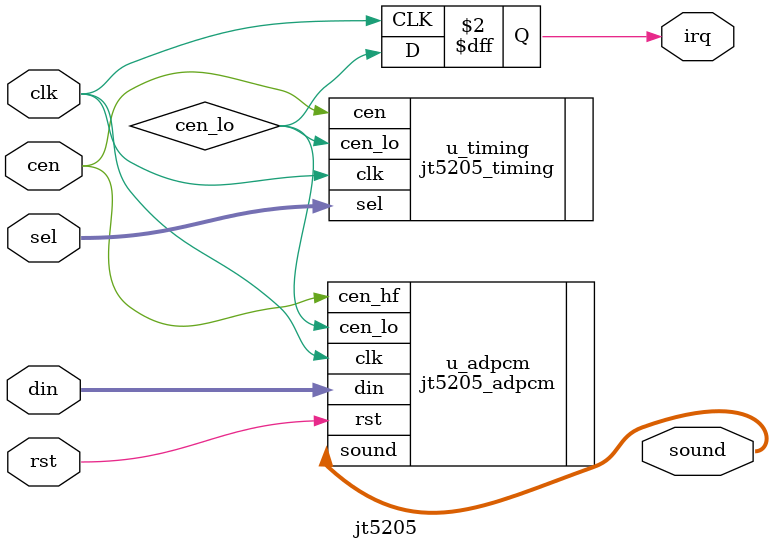
<source format=v>
/*  This file is part of JT5205.
    JT5205 program is free software: you can redistribute it and/or modify
    it under the terms of the GNU General Public License as published by
    the Free Software Foundation, either version 3 of the License, or
    (at your option) any later version.

    JT5205 program is distributed in the hope that it will be useful,
    but WITHOUT ANY WARRANTY; without even the implied warranty of
    MERCHANTABILITY or FITNESS FOR A PARTICULAR PURPOSE.  See the
    GNU General Public License for more details.

    You should have received a copy of the GNU General Public License
    along with JT5205.  If not, see <http://www.gnu.org/licenses/>.

    Author: Jose Tejada Gomez. Twitter: @topapate
    Version: 1.0
    Date: 30-10-2019 */

module jt5205(
    input                  rst,
    input                  clk,
    input                  cen /* direct_enable */,        
    input         [ 1:0]   sel,        // s pin
    input         [ 3:0]   din,
    output signed [11:0]   sound,
    // This output pin is not part of MSM5205 I/O
    // It helps integrating the system as it produces
    // a strobe
    // at the internal clock divider pace
    output reg             irq
);

wire cen_lo;        // internal clock enable signal dictated by sel bits

always @(posedge clk) irq<=cen_lo;

jt5205_timing u_timing(
    .clk    ( clk       ),
    .cen    ( cen       ),
    .sel    ( sel       ),
    .cen_lo ( cen_lo    )
);

jt5205_adpcm u_adpcm(
    .rst    ( rst       ),
    .clk    ( clk       ),
    .cen_lo ( cen_lo    ),
    .cen_hf ( cen       ),
    .din    ( din       ),
    .sound  ( sound     )
);

endmodule
</source>
